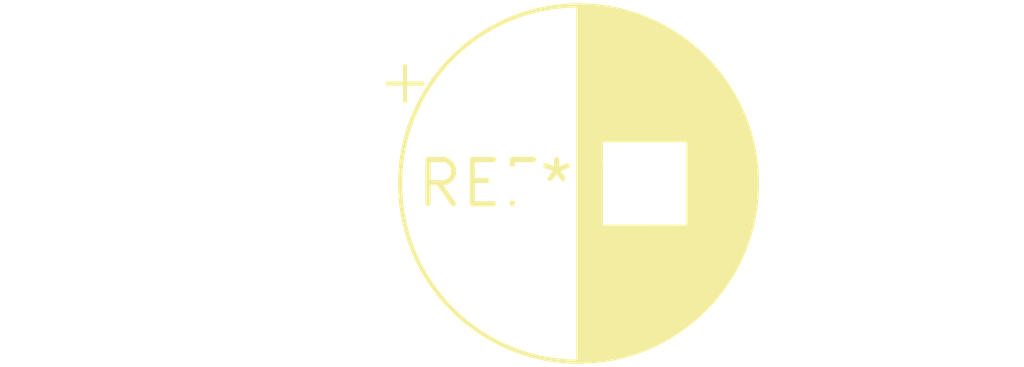
<source format=kicad_pcb>
(kicad_pcb (version 20240108) (generator pcbnew)
  (layers (0 "F.Cu" signal) (31 "B.Cu" signal) (34 "B.Paste" user) (35 "F.Paste" user) (36 "B.SilkS" user "B.Silkscreen") (37 "F.SilkS" user "F.Silkscreen") (38 "B.Mask" user) (39 "F.Mask" user) (44 "Edge.Cuts" user))
  (net 0 "")
  (footprint "CP_Radial_D10.0mm_P3.80mm" (layer "F.Cu") (at 0 0)
    (property "Reference" "REF**")
    (property "Value" "CP_Radial_D10.0mm_P3.80mm")
    (fp_line (start -3.579646 -2.875) (end -2.579646 -2.875) (layer "F.SilkS") (stroke (width 0.12)))
    (fp_line (start -3.079646 -3.375) (end -3.079646 -2.375) (layer "F.SilkS") (stroke (width 0.12)))
    (fp_line (start 1.9 -5.08) (end 1.9 5.08) (layer "F.SilkS") (stroke (width 0.12)))
    (fp_line (start 1.94 -5.08) (end 1.94 5.08) (layer "F.SilkS") (stroke (width 0.12)))
    (fp_line (start 1.98 -5.08) (end 1.98 5.08) (layer "F.SilkS") (stroke (width 0.12)))
    (fp_line (start 2.02 -5.079) (end 2.02 5.079) (layer "F.SilkS") (stroke (width 0.12)))
    (fp_line (start 2.06 -5.078) (end 2.06 5.078) (layer "F.SilkS") (stroke (width 0.12)))
    (fp_line (start 2.1 -5.077) (end 2.1 5.077) (layer "F.SilkS") (stroke (width 0.12)))
    (fp_line (start 2.14 -5.075) (end 2.14 5.075) (layer "F.SilkS") (stroke (width 0.12)))
    (fp_line (start 2.18 -5.073) (end 2.18 5.073) (layer "F.SilkS") (stroke (width 0.12)))
    (fp_line (start 2.22 -5.07) (end 2.22 5.07) (layer "F.SilkS") (stroke (width 0.12)))
    (fp_line (start 2.26 -5.068) (end 2.26 5.068) (layer "F.SilkS") (stroke (width 0.12)))
    (fp_line (start 2.3 -5.065) (end 2.3 5.065) (layer "F.SilkS") (stroke (width 0.12)))
    (fp_line (start 2.34 -5.062) (end 2.34 5.062) (layer "F.SilkS") (stroke (width 0.12)))
    (fp_line (start 2.38 -5.058) (end 2.38 5.058) (layer "F.SilkS") (stroke (width 0.12)))
    (fp_line (start 2.42 -5.054) (end 2.42 5.054) (layer "F.SilkS") (stroke (width 0.12)))
    (fp_line (start 2.46 -5.05) (end 2.46 5.05) (layer "F.SilkS") (stroke (width 0.12)))
    (fp_line (start 2.5 -5.045) (end 2.5 5.045) (layer "F.SilkS") (stroke (width 0.12)))
    (fp_line (start 2.54 -5.04) (end 2.54 5.04) (layer "F.SilkS") (stroke (width 0.12)))
    (fp_line (start 2.58 -5.035) (end 2.58 -1.241) (layer "F.SilkS") (stroke (width 0.12)))
    (fp_line (start 2.58 1.241) (end 2.58 5.035) (layer "F.SilkS") (stroke (width 0.12)))
    (fp_line (start 2.621 -5.03) (end 2.621 -1.241) (layer "F.SilkS") (stroke (width 0.12)))
    (fp_line (start 2.621 1.241) (end 2.621 5.03) (layer "F.SilkS") (stroke (width 0.12)))
    (fp_line (start 2.661 -5.024) (end 2.661 -1.241) (layer "F.SilkS") (stroke (width 0.12)))
    (fp_line (start 2.661 1.241) (end 2.661 5.024) (layer "F.SilkS") (stroke (width 0.12)))
    (fp_line (start 2.701 -5.018) (end 2.701 -1.241) (layer "F.SilkS") (stroke (width 0.12)))
    (fp_line (start 2.701 1.241) (end 2.701 5.018) (layer "F.SilkS") (stroke (width 0.12)))
    (fp_line (start 2.741 -5.011) (end 2.741 -1.241) (layer "F.SilkS") (stroke (width 0.12)))
    (fp_line (start 2.741 1.241) (end 2.741 5.011) (layer "F.SilkS") (stroke (width 0.12)))
    (fp_line (start 2.781 -5.004) (end 2.781 -1.241) (layer "F.SilkS") (stroke (width 0.12)))
    (fp_line (start 2.781 1.241) (end 2.781 5.004) (layer "F.SilkS") (stroke (width 0.12)))
    (fp_line (start 2.821 -4.997) (end 2.821 -1.241) (layer "F.SilkS") (stroke (width 0.12)))
    (fp_line (start 2.821 1.241) (end 2.821 4.997) (layer "F.SilkS") (stroke (width 0.12)))
    (fp_line (start 2.861 -4.99) (end 2.861 -1.241) (layer "F.SilkS") (stroke (width 0.12)))
    (fp_line (start 2.861 1.241) (end 2.861 4.99) (layer "F.SilkS") (stroke (width 0.12)))
    (fp_line (start 2.901 -4.982) (end 2.901 -1.241) (layer "F.SilkS") (stroke (width 0.12)))
    (fp_line (start 2.901 1.241) (end 2.901 4.982) (layer "F.SilkS") (stroke (width 0.12)))
    (fp_line (start 2.941 -4.974) (end 2.941 -1.241) (layer "F.SilkS") (stroke (width 0.12)))
    (fp_line (start 2.941 1.241) (end 2.941 4.974) (layer "F.SilkS") (stroke (width 0.12)))
    (fp_line (start 2.981 -4.965) (end 2.981 -1.241) (layer "F.SilkS") (stroke (width 0.12)))
    (fp_line (start 2.981 1.241) (end 2.981 4.965) (layer "F.SilkS") (stroke (width 0.12)))
    (fp_line (start 3.021 -4.956) (end 3.021 -1.241) (layer "F.SilkS") (stroke (width 0.12)))
    (fp_line (start 3.021 1.241) (end 3.021 4.956) (layer "F.SilkS") (stroke (width 0.12)))
    (fp_line (start 3.061 -4.947) (end 3.061 -1.241) (layer "F.SilkS") (stroke (width 0.12)))
    (fp_line (start 3.061 1.241) (end 3.061 4.947) (layer "F.SilkS") (stroke (width 0.12)))
    (fp_line (start 3.101 -4.938) (end 3.101 -1.241) (layer "F.SilkS") (stroke (width 0.12)))
    (fp_line (start 3.101 1.241) (end 3.101 4.938) (layer "F.SilkS") (stroke (width 0.12)))
    (fp_line (start 3.141 -4.928) (end 3.141 -1.241) (layer "F.SilkS") (stroke (width 0.12)))
    (fp_line (start 3.141 1.241) (end 3.141 4.928) (layer "F.SilkS") (stroke (width 0.12)))
    (fp_line (start 3.181 -4.918) (end 3.181 -1.241) (layer "F.SilkS") (stroke (width 0.12)))
    (fp_line (start 3.181 1.241) (end 3.181 4.918) (layer "F.SilkS") (stroke (width 0.12)))
    (fp_line (start 3.221 -4.907) (end 3.221 -1.241) (layer "F.SilkS") (stroke (width 0.12)))
    (fp_line (start 3.221 1.241) (end 3.221 4.907) (layer "F.SilkS") (stroke (width 0.12)))
    (fp_line (start 3.261 -4.897) (end 3.261 -1.241) (layer "F.SilkS") (stroke (width 0.12)))
    (fp_line (start 3.261 1.241) (end 3.261 4.897) (layer "F.SilkS") (stroke (width 0.12)))
    (fp_line (start 3.301 -4.885) (end 3.301 -1.241) (layer "F.SilkS") (stroke (width 0.12)))
    (fp_line (start 3.301 1.241) (end 3.301 4.885) (layer "F.SilkS") (stroke (width 0.12)))
    (fp_line (start 3.341 -4.874) (end 3.341 -1.241) (layer "F.SilkS") (stroke (width 0.12)))
    (fp_line (start 3.341 1.241) (end 3.341 4.874) (layer "F.SilkS") (stroke (width 0.12)))
    (fp_line (start 3.381 -4.862) (end 3.381 -1.241) (layer "F.SilkS") (stroke (width 0.12)))
    (fp_line (start 3.381 1.241) (end 3.381 4.862) (layer "F.SilkS") (stroke (width 0.12)))
    (fp_line (start 3.421 -4.85) (end 3.421 -1.241) (layer "F.SilkS") (stroke (width 0.12)))
    (fp_line (start 3.421 1.241) (end 3.421 4.85) (layer "F.SilkS") (stroke (width 0.12)))
    (fp_line (start 3.461 -4.837) (end 3.461 -1.241) (layer "F.SilkS") (stroke (width 0.12)))
    (fp_line (start 3.461 1.241) (end 3.461 4.837) (layer "F.SilkS") (stroke (width 0.12)))
    (fp_line (start 3.501 -4.824) (end 3.501 -1.241) (layer "F.SilkS") (stroke (width 0.12)))
    (fp_line (start 3.501 1.241) (end 3.501 4.824) (layer "F.SilkS") (stroke (width 0.12)))
    (fp_line (start 3.541 -4.811) (end 3.541 -1.241) (layer "F.SilkS") (stroke (width 0.12)))
    (fp_line (start 3.541 1.241) (end 3.541 4.811) (layer "F.SilkS") (stroke (width 0.12)))
    (fp_line (start 3.581 -4.797) (end 3.581 -1.241) (layer "F.SilkS") (stroke (width 0.12)))
    (fp_line (start 3.581 1.241) (end 3.581 4.797) (layer "F.SilkS") (stroke (width 0.12)))
    (fp_line (start 3.621 -4.783) (end 3.621 -1.241) (layer "F.SilkS") (stroke (width 0.12)))
    (fp_line (start 3.621 1.241) (end 3.621 4.783) (layer "F.SilkS") (stroke (width 0.12)))
    (fp_line (start 3.661 -4.768) (end 3.661 -1.241) (layer "F.SilkS") (stroke (width 0.12)))
    (fp_line (start 3.661 1.241) (end 3.661 4.768) (layer "F.SilkS") (stroke (width 0.12)))
    (fp_line (start 3.701 -4.754) (end 3.701 -1.241) (layer "F.SilkS") (stroke (width 0.12)))
    (fp_line (start 3.701 1.241) (end 3.701 4.754) (layer "F.SilkS") (stroke (width 0.12)))
    (fp_line (start 3.741 -4.738) (end 3.741 -1.241) (layer "F.SilkS") (stroke (width 0.12)))
    (fp_line (start 3.741 1.241) (end 3.741 4.738) (layer "F.SilkS") (stroke (width 0.12)))
    (fp_line (start 3.781 -4.723) (end 3.781 -1.241) (layer "F.SilkS") (stroke (width 0.12)))
    (fp_line (start 3.781 1.241) (end 3.781 4.723) (layer "F.SilkS") (stroke (width 0.12)))
    (fp_line (start 3.821 -4.707) (end 3.821 -1.241) (layer "F.SilkS") (stroke (width 0.12)))
    (fp_line (start 3.821 1.241) (end 3.821 4.707) (layer "F.SilkS") (stroke (width 0.12)))
    (fp_line (start 3.861 -4.69) (end 3.861 -1.241) (layer "F.SilkS") (stroke (width 0.12)))
    (fp_line (start 3.861 1.241) (end 3.861 4.69) (layer "F.SilkS") (stroke (width 0.12)))
    (fp_line (start 3.901 -4.674) (end 3.901 -1.241) (layer "F.SilkS") (stroke (width 0.12)))
    (fp_line (start 3.901 1.241) (end 3.901 4.674) (layer "F.SilkS") (stroke (width 0.12)))
    (fp_line (start 3.941 -4.657) (end 3.941 -1.241) (layer "F.SilkS") (stroke (width 0.12)))
    (fp_line (start 3.941 1.241) (end 3.941 4.657) (layer "F.SilkS") (stroke (width 0.12)))
    (fp_line (start 3.981 -4.639) (end 3.981 -1.241) (layer "F.SilkS") (stroke (width 0.12)))
    (fp_line (start 3.981 1.241) (end 3.981 4.639) (layer "F.SilkS") (stroke (width 0.12)))
    (fp_line (start 4.021 -4.621) (end 4.021 -1.241) (layer "F.SilkS") (stroke (width 0.12)))
    (fp_line (start 4.021 1.241) (end 4.021 4.621) (layer "F.SilkS") (stroke (width 0.12)))
    (fp_line (start 4.061 -4.603) (end 4.061 -1.241) (layer "F.SilkS") (stroke (width 0.12)))
    (fp_line (start 4.061 1.241) (end 4.061 4.603) (layer "F.SilkS") (stroke (width 0.12)))
    (fp_line (start 4.101 -4.584) (end 4.101 -1.241) (layer "F.SilkS") (stroke (width 0.12)))
    (fp_line (start 4.101 1.241) (end 4.101 4.584) (layer "F.SilkS") (stroke (width 0.12)))
    (fp_line (start 4.141 -4.564) (end 4.141 -1.241) (layer "F.SilkS") (stroke (width 0.12)))
    (fp_line (start 4.141 1.241) (end 4.141 4.564) (layer "F.SilkS") (stroke (width 0.12)))
    (fp_line (start 4.181 -4.545) (end 4.181 -1.241) (layer "F.SilkS") (stroke (width 0.12)))
    (fp_line (start 4.181 1.241) (end 4.181 4.545) (layer "F.SilkS") (stroke (width 0.12)))
    (fp_line (start 4.221 -4.525) (end 4.221 -1.241) (layer "F.SilkS") (stroke (width 0.12)))
    (fp_line (start 4.221 1.241) (end 4.221 4.525) (layer "F.SilkS") (stroke (width 0.12)))
    (fp_line (start 4.261 -4.504) (end 4.261 -1.241) (layer "F.SilkS") (stroke (width 0.12)))
    (fp_line (start 4.261 1.241) (end 4.261 4.504) (layer "F.SilkS") (stroke (width 0.12)))
    (fp_line (start 4.301 -4.483) (end 4.301 -1.241) (layer "F.SilkS") (stroke (width 0.12)))
    (fp_line (start 4.301 1.241) (end 4.301 4.483) (layer "F.SilkS") (stroke (width 0.12)))
    (fp_line (start 4.341 -4.462) (end 4.341 -1.241) (layer "F.SilkS") (stroke (width 0.12)))
    (fp_line (start 4.341 1.241) (end 4.341 4.462) (layer "F.SilkS") (stroke (width 0.12)))
    (fp_line (start 4.381 -4.44) (end 4.381 -1.241) (layer "F.SilkS") (stroke (width 0.12)))
    (fp_line (start 4.381 1.241) (end 4.381 4.44) (layer "F.SilkS") (stroke (width 0.12)))
    (fp_line (start 4.421 -4.417) (end 4.421 -1.241) (layer "F.SilkS") (stroke (width 0.12)))
    (fp_line (start 4.421 1.241) (end 4.421 4.417) (layer "F.SilkS") (stroke (width 0.12)))
    (fp_line (start 4.461 -4.395) (end 4.461 -1.241) (layer "F.SilkS") (stroke (width 0.12)))
    (fp_line (start 4.461 1.241) (end 4.461 4.395) (layer "F.SilkS") (stroke (width 0.12)))
    (fp_line (start 4.501 -4.371) (end 4.501 -1.241) (layer "F.SilkS") (stroke (width 0.12)))
    (fp_line (start 4.501 1.241) (end 4.501 4.371) (layer "F.SilkS") (stroke (width 0.12)))
    (fp_line (start 4.541 -4.347) (end 4.541 -1.241) (layer "F.SilkS") (stroke (width 0.12)))
    (fp_line (start 4.541 1.241) (end 4.541 4.347) (layer "F.SilkS") (stroke (width 0.12)))
    (fp_line (start 4.581 -4.323) (end 4.581 -1.241) (layer "F.SilkS") (stroke (width 0.12)))
    (fp_line (start 4.581 1.241) (end 4.581 4.323) (layer "F.SilkS") (stroke (width 0.12)))
    (fp_line (start 4.621 -4.298) (end 4.621 -1.241) (layer "F.SilkS") (stroke (width 0.12)))
    (fp_line (start 4.621 1.241) (end 4.621 4.298) (layer "F.SilkS") (stroke (width 0.12)))
    (fp_line (start 4.661 -4.273) (end 4.661 -1.241) (layer "F.SilkS") (stroke (width 0.12)))
    (fp_line (start 4.661 1.241) (end 4.661 4.273) (layer "F.SilkS") (stroke (width 0.12)))
    (fp_line (start 4.701 -4.247) (end 4.701 -1.241) (layer "F.SilkS") (stroke (width 0.12)))
    (fp_line (start 4.701 1.241) (end 4.701 4.247) (layer "F.SilkS") (stroke (width 0.12)))
    (fp_line (start 4.741 -4.221) (end 4.741 -1.241) (layer "F.SilkS") (stroke (width 0.12)))
    (fp_line (start 4.741 1.241) (end 4.741 4.221) (layer "F.SilkS") (stroke (width 0.12)))
    (fp_line (start 4.781 -4.194) (end 4.781 -1.241) (layer "F.SilkS") (stroke (width 0.12)))
    (fp_line (start 4.781 1.241) (end 4.781 4.194) (layer "F.SilkS") (stroke (width 0.12)))
    (fp_line (start 4.821 -4.166) (end 4.821 -1.241) (layer "F.SilkS") (stroke (width 0.12)))
    (fp_line (start 4.821 1.241) (end 4.821 4.166) (layer "F.SilkS") (stroke (width 0.12)))
    (fp_line (start 4.861 -4.138) (end 4.861 -1.241) (layer "F.SilkS") (stroke (width 0.12)))
    (fp_line (start 4.861 1.241) (end 4.861 4.138) (layer "F.SilkS") (stroke (width 0.12)))
    (fp_line (start 4.901 -4.11) (end 4.901 -1.241) (layer "F.SilkS") (stroke (width 0.12)))
    (fp_line (start 4.901 1.241) (end 4.901 4.11) (layer "F.SilkS") (stroke (width 0.12)))
    (fp_line (start 4.941 -4.08) (end 4.941 -1.241) (layer "F.SilkS") (stroke (width 0.12)))
    (fp_line (start 4.941 1.241) (end 4.941 4.08) (layer "F.SilkS") (stroke (width 0.12)))
    (fp_line (start 4.981 -4.05) (end 4.981 -1.241) (layer "F.SilkS") (stroke (width 0.12)))
    (fp_line (start 4.981 1.241) (end 4.981 4.05) (layer "F.SilkS") (stroke (width 0.12)))
    (fp_line (start 5.021 -4.02) (end 5.021 -1.241) (layer "F.SilkS") (stroke (width 0.12)))
    (fp_line (start 5.021 1.241) (end 5.021 4.02) (layer "F.SilkS") (stroke (width 0.12)))
    (fp_line (start 5.061 -3.989) (end 5.061 3.989) (layer "F.SilkS") (stroke (width 0.12)))
    (fp_line (start 5.101 -3.957) (end 5.101 3.957) (layer "F.SilkS") (stroke (width 0.12)))
    (fp_line (start 5.141 -3.925) (end 5.141 3.925) (layer "F.SilkS") (stroke (width 0.12)))
    (fp_line (start 5.181 -3.892) (end 5.181 3.892) (layer "F.SilkS") (stroke (width 0.12)))
    (fp_line (start 5.221 -3.858) (end 5.221 3.858) (layer "F.SilkS") (stroke (width 0.12)))
    (fp_line (start 5.261 -3.824) (end 5.261 3.824) (layer "F.SilkS") (stroke (width 0.12)))
    (fp_line (start 5.301 -3.789) (end 5.301 3.789) (layer "F.SilkS") (stroke (width 0.12)))
    (fp_line (start 5.341 -3.753) (end 5.341 3.753) (layer "F.SilkS") (stroke (width 0.12)))
    (fp_line (start 5.381 -3.716) (end 5.381 3.716) (layer "F.SilkS") (stroke (width 0.12)))
    (fp_line (start 5.421 -3.679) (end 5.421 3.679) (layer "F.SilkS") (stroke (width 0.12)))
    (fp_line (start 5.461 -3.64) (end 5.461 3.64) (layer "F.SilkS") (stroke (width 0.12)))
    (fp_line (start 5.501 -3.601) (end 5.501 3.601) (layer "F.SilkS") (stroke (width 0.12)))
    (fp_line (start 5.541 -3.561) (end 5.541 3.561) (layer "F.SilkS") (stroke (width 0.12)))
    (fp_line (start 5.581 -3.52) (end 5.581 3.52) (layer "F.SilkS") (stroke (width 0.12)))
    (fp_line (start 5.621 -3.478) (end 5.621 3.478) (layer "F.SilkS") (stroke (width 0.12)))
    (fp_line (start 5.661 -3.436) (end 5.661 3.436) (layer "F.SilkS") (stroke (width 0.12)))
    (fp_line (start 5.701 -3.392) (end 5.701 3.392) (layer "F.SilkS") (stroke (width 0.12)))
    (fp_line (start 5.741 -3.347) (end 5.741 3.347) (layer "F.SilkS") (stroke (width 0.12)))
    (fp_line (start 5.781 -3.301) (end 5.781 3.301) (layer "F.SilkS") (stroke (width 0.12)))
    (fp_line (start 5.821 -3.254) (end 5.821 3.254) (layer "F.SilkS") (stroke (width 0.12)))
    (fp_line (start 5.861 -3.206) (end 5.861 3.206) (layer "F.SilkS") (stroke (width 0.12)))
    (fp_line (start 5.901 -3.156) (end 5.901 3.156) (layer "F.SilkS") (stroke (width 0.12)))
    (fp_line (start 5.941 -3.106) (end 5.941 3.106) (layer "F.SilkS") (stroke (width 0.12)))
    (fp_line (start 5.981 -3.054) (end 5.981 3.054) (layer "F.SilkS") (stroke (width 0.12)))
    (fp_line (start 6.021 -3) (end 6.021 3) (layer "F.SilkS") (stroke (width 0.12)))
    (fp_line (start 6.061 -2.945) (end 6.061 2.945) (layer "F.SilkS") (stroke (width 0.12)))
    (fp_line (start 6.101 -2.889) (end 6.101 2.889) (layer "F.SilkS") (stroke (width 0.12)))
    (fp_line (start 6.141 -2.83) (end 6.141 2.83) (layer "F.SilkS") (stroke (width 0.12)))
    (fp_line (start 6.181 -2.77) (end 6.181 2.77) (layer "F.SilkS") (stroke (width 0.12)))
    (fp_line (start 6.221 -2.709) (end 6.221 2.709) (layer "F.SilkS") (stroke (width 0.12)))
    (fp_line (start 6.261 -2.645) (end 6.261 2.645) (layer "F.SilkS") (stroke (width 0.12)))
    (fp_line (start 6.301 -2.579) (end 6.301 2.579) (layer "F.SilkS") (stroke (width 0.12)))
    (fp_line (start 6.341 -2.51) (end 6.341 2.51) (layer "F.SilkS") (stroke (width 0.12)))
    (fp_line (start 6.381 -2.439) (end 6.381 2.439) (layer "F.SilkS") (stroke (width 0.12)))
    (fp_line (start 6.421 -2.365) (end 6.421 2.365) (layer "F.SilkS") (stroke (width 0.12)))
    (fp_line (start 6.461 -2.289) (end 6.461 2.289) (layer "F.SilkS") (stroke (width 0.12)))
    (fp_line (start 6.501 -2.209) (end 6.501 2.209) (layer "F.SilkS") (stroke (width 0.12)))
    (fp_line (start 6.541 -2.125) (end 6.541 2.125) (layer "F.SilkS") (stroke (width 0.12)))
    (fp_line (start 6.581 -2.037) (end 6.581 2.037) (layer "F.SilkS") (stroke (width 0.12)))
    (fp_line (start 6.621 -1.944) (end 6.621 1.944) (layer "F.SilkS") (stroke (width 0.12)))
    (fp_line (start 6.661 -1.846) (end 6.661 1.846) (layer "F.SilkS") (stroke (width 0.12)))
    (fp_line (start 6.701 -1.742) (end 6.701 1.742) (layer "F.SilkS") (stroke (width 0.12)))
    (fp_line (start 6.741 -1.63) (end 6.741 1.63) (layer "F.SilkS") (stroke (width 0.12)))
    (fp_line (start 6.781 -1.51) (end 6.781 1.51) (layer "F.SilkS") (stroke (width 0.12)))
    (fp_line (start 6.821 -1.378) (end 6.821 1.378) (layer "F.SilkS") (stroke (width 0.12)))
    (fp_line (start 6.861 -1.23) (end 6.861 1.23) (layer "F.SilkS") (stroke (width 0.12)))
    (fp_line (start 6.901 -1.062) (end 6.901 1.062) (layer "F.SilkS") (stroke (width 0.12)))
    (fp_line (start 6.941 -0.862) (end 6.941 0.862) (layer "F.SilkS") (stroke (width 0.12)))
    (fp_line (start 6.981 -0.599) (end 6.981 0.599) (layer "F.SilkS") (stroke (width 0.12)))
    (fp_circle (center 1.9 0) (end 7.02 0) (layer "F.SilkS") (stroke (width 0.12)) (fill none))
    (pad "1" thru_hole rect (at 0 0) (size 2 2) (drill 1) (layers *.Cu *.Mask) (remove_unused_layers))
    (pad "2" thru_hole circle (at 3.8 0) (size 2 2) (drill 1) (layers *.Cu *.Mask) (remove_unused_layers))
  )
)
</source>
